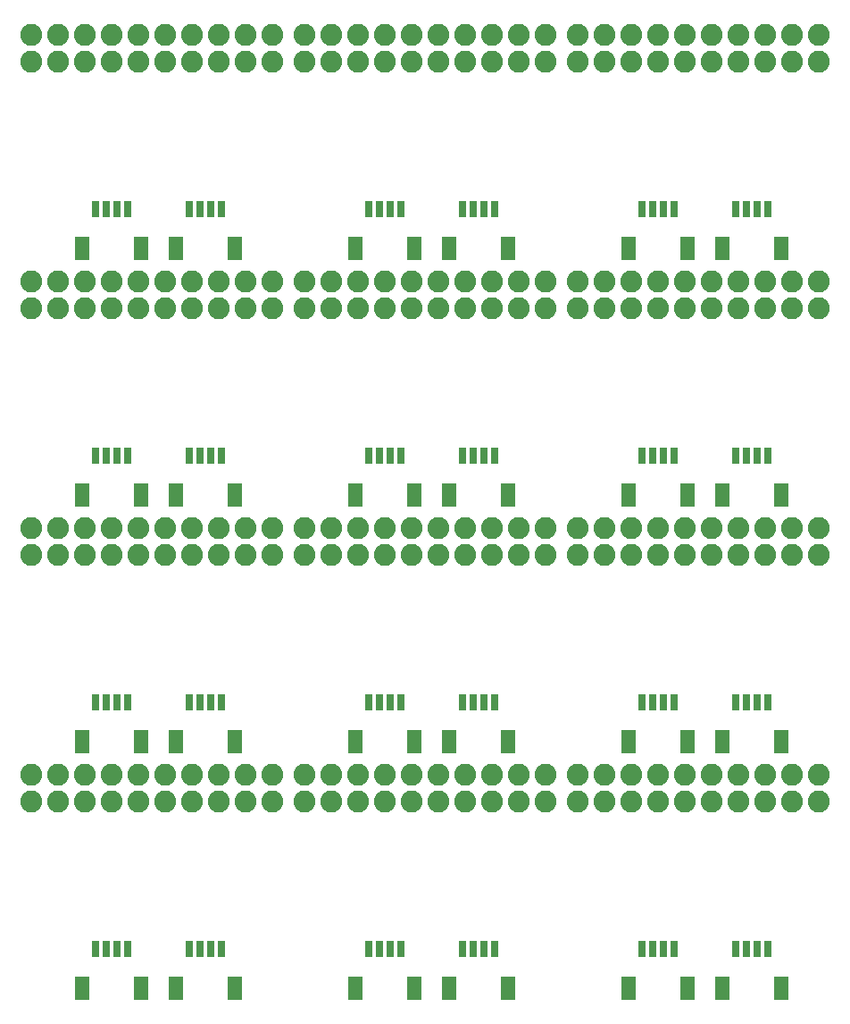
<source format=gts>
G75*
%MOIN*%
%OFA0B0*%
%FSLAX25Y25*%
%IPPOS*%
%LPD*%
%AMOC8*
5,1,8,0,0,1.08239X$1,22.5*
%
%ADD10R,0.05524X0.08674*%
%ADD11R,0.03162X0.06115*%
%ADD12C,0.08200*%
D10*
X0107476Y0038865D03*
X0129524Y0038865D03*
X0142479Y0038865D03*
X0164527Y0038865D03*
X0209476Y0038865D03*
X0231524Y0038865D03*
X0244479Y0038865D03*
X0266527Y0038865D03*
X0311476Y0038865D03*
X0333524Y0038865D03*
X0346479Y0038865D03*
X0368527Y0038865D03*
X0368527Y0130865D03*
X0346479Y0130865D03*
X0333524Y0130865D03*
X0311476Y0130865D03*
X0266527Y0130865D03*
X0244479Y0130865D03*
X0231524Y0130865D03*
X0209476Y0130865D03*
X0164527Y0130865D03*
X0142479Y0130865D03*
X0129524Y0130865D03*
X0107476Y0130865D03*
X0107476Y0222865D03*
X0129524Y0222865D03*
X0142479Y0222865D03*
X0164527Y0222865D03*
X0209476Y0222865D03*
X0231524Y0222865D03*
X0244479Y0222865D03*
X0266527Y0222865D03*
X0311476Y0222865D03*
X0333524Y0222865D03*
X0346479Y0222865D03*
X0368527Y0222865D03*
X0368527Y0314865D03*
X0346479Y0314865D03*
X0333524Y0314865D03*
X0311476Y0314865D03*
X0266527Y0314865D03*
X0244479Y0314865D03*
X0231524Y0314865D03*
X0209476Y0314865D03*
X0164527Y0314865D03*
X0142479Y0314865D03*
X0129524Y0314865D03*
X0107476Y0314865D03*
D11*
X0112594Y0329333D03*
X0116531Y0329333D03*
X0120469Y0329333D03*
X0124406Y0329333D03*
X0147598Y0329334D03*
X0151535Y0329334D03*
X0155472Y0329334D03*
X0159409Y0329334D03*
X0214594Y0329333D03*
X0218531Y0329333D03*
X0222469Y0329333D03*
X0226406Y0329333D03*
X0249598Y0329334D03*
X0253535Y0329334D03*
X0257472Y0329334D03*
X0261409Y0329334D03*
X0316594Y0329333D03*
X0320531Y0329333D03*
X0324469Y0329333D03*
X0328406Y0329333D03*
X0351598Y0329334D03*
X0355535Y0329334D03*
X0359472Y0329334D03*
X0363409Y0329334D03*
X0363409Y0237334D03*
X0359472Y0237334D03*
X0355535Y0237334D03*
X0351598Y0237334D03*
X0328406Y0237333D03*
X0324469Y0237333D03*
X0320531Y0237333D03*
X0316594Y0237333D03*
X0261409Y0237334D03*
X0257472Y0237334D03*
X0253535Y0237334D03*
X0249598Y0237334D03*
X0226406Y0237333D03*
X0222469Y0237333D03*
X0218531Y0237333D03*
X0214594Y0237333D03*
X0159409Y0237334D03*
X0155472Y0237334D03*
X0151535Y0237334D03*
X0147598Y0237334D03*
X0124406Y0237333D03*
X0120469Y0237333D03*
X0116531Y0237333D03*
X0112594Y0237333D03*
X0112594Y0145333D03*
X0116531Y0145333D03*
X0120469Y0145333D03*
X0124406Y0145333D03*
X0147598Y0145334D03*
X0151535Y0145334D03*
X0155472Y0145334D03*
X0159409Y0145334D03*
X0214594Y0145333D03*
X0218531Y0145333D03*
X0222469Y0145333D03*
X0226406Y0145333D03*
X0249598Y0145334D03*
X0253535Y0145334D03*
X0257472Y0145334D03*
X0261409Y0145334D03*
X0316594Y0145333D03*
X0320531Y0145333D03*
X0324469Y0145333D03*
X0328406Y0145333D03*
X0351598Y0145334D03*
X0355535Y0145334D03*
X0359472Y0145334D03*
X0363409Y0145334D03*
X0363409Y0053334D03*
X0359472Y0053334D03*
X0355535Y0053334D03*
X0351598Y0053334D03*
X0328406Y0053333D03*
X0324469Y0053333D03*
X0320531Y0053333D03*
X0316594Y0053333D03*
X0261409Y0053334D03*
X0257472Y0053334D03*
X0253535Y0053334D03*
X0249598Y0053334D03*
X0226406Y0053333D03*
X0222469Y0053333D03*
X0218531Y0053333D03*
X0214594Y0053333D03*
X0159409Y0053334D03*
X0155472Y0053334D03*
X0151535Y0053334D03*
X0147598Y0053334D03*
X0124406Y0053333D03*
X0120469Y0053333D03*
X0116531Y0053333D03*
X0112594Y0053333D03*
D12*
X0108500Y0108333D03*
X0098500Y0108333D03*
X0088500Y0108333D03*
X0088500Y0118333D03*
X0098500Y0118333D03*
X0108500Y0118333D03*
X0118500Y0118333D03*
X0118500Y0108333D03*
X0128500Y0108333D03*
X0138500Y0108333D03*
X0148500Y0108333D03*
X0158500Y0108333D03*
X0168500Y0108333D03*
X0178500Y0108333D03*
X0178500Y0118333D03*
X0168500Y0118333D03*
X0158500Y0118333D03*
X0148500Y0118333D03*
X0138500Y0118333D03*
X0128500Y0118333D03*
X0190500Y0118333D03*
X0190500Y0108333D03*
X0200500Y0108333D03*
X0210500Y0108333D03*
X0220500Y0108333D03*
X0230500Y0108333D03*
X0240500Y0108333D03*
X0250500Y0108333D03*
X0260500Y0108333D03*
X0260500Y0118333D03*
X0250500Y0118333D03*
X0240500Y0118333D03*
X0230500Y0118333D03*
X0220500Y0118333D03*
X0210500Y0118333D03*
X0200500Y0118333D03*
X0270500Y0118333D03*
X0270500Y0108333D03*
X0280500Y0108333D03*
X0280500Y0118333D03*
X0292500Y0118333D03*
X0292500Y0108333D03*
X0302500Y0108333D03*
X0312500Y0108333D03*
X0322500Y0108333D03*
X0322500Y0118333D03*
X0312500Y0118333D03*
X0302500Y0118333D03*
X0332500Y0118333D03*
X0332500Y0108333D03*
X0342500Y0108333D03*
X0352500Y0108333D03*
X0362500Y0108333D03*
X0372500Y0108333D03*
X0382500Y0108333D03*
X0382500Y0118333D03*
X0372500Y0118333D03*
X0362500Y0118333D03*
X0352500Y0118333D03*
X0342500Y0118333D03*
X0342500Y0200333D03*
X0332500Y0200333D03*
X0332500Y0210333D03*
X0342500Y0210333D03*
X0352500Y0210333D03*
X0352500Y0200333D03*
X0362500Y0200333D03*
X0372500Y0200333D03*
X0382500Y0200333D03*
X0382500Y0210333D03*
X0372500Y0210333D03*
X0362500Y0210333D03*
X0322500Y0210333D03*
X0322500Y0200333D03*
X0312500Y0200333D03*
X0302500Y0200333D03*
X0292500Y0200333D03*
X0292500Y0210333D03*
X0302500Y0210333D03*
X0312500Y0210333D03*
X0280500Y0210333D03*
X0280500Y0200333D03*
X0270500Y0200333D03*
X0270500Y0210333D03*
X0260500Y0210333D03*
X0260500Y0200333D03*
X0250500Y0200333D03*
X0240500Y0200333D03*
X0230500Y0200333D03*
X0220500Y0200333D03*
X0210500Y0200333D03*
X0200500Y0200333D03*
X0190500Y0200333D03*
X0190500Y0210333D03*
X0200500Y0210333D03*
X0210500Y0210333D03*
X0220500Y0210333D03*
X0230500Y0210333D03*
X0240500Y0210333D03*
X0250500Y0210333D03*
X0178500Y0210333D03*
X0178500Y0200333D03*
X0168500Y0200333D03*
X0158500Y0200333D03*
X0148500Y0200333D03*
X0138500Y0200333D03*
X0128500Y0200333D03*
X0128500Y0210333D03*
X0138500Y0210333D03*
X0148500Y0210333D03*
X0158500Y0210333D03*
X0168500Y0210333D03*
X0118500Y0210333D03*
X0118500Y0200333D03*
X0108500Y0200333D03*
X0098500Y0200333D03*
X0088500Y0200333D03*
X0088500Y0210333D03*
X0098500Y0210333D03*
X0108500Y0210333D03*
X0108500Y0292333D03*
X0098500Y0292333D03*
X0088500Y0292333D03*
X0088500Y0302333D03*
X0098500Y0302333D03*
X0108500Y0302333D03*
X0118500Y0302333D03*
X0118500Y0292333D03*
X0128500Y0292333D03*
X0138500Y0292333D03*
X0148500Y0292333D03*
X0158500Y0292333D03*
X0168500Y0292333D03*
X0178500Y0292333D03*
X0178500Y0302333D03*
X0168500Y0302333D03*
X0158500Y0302333D03*
X0148500Y0302333D03*
X0138500Y0302333D03*
X0128500Y0302333D03*
X0190500Y0302333D03*
X0190500Y0292333D03*
X0200500Y0292333D03*
X0210500Y0292333D03*
X0220500Y0292333D03*
X0230500Y0292333D03*
X0240500Y0292333D03*
X0250500Y0292333D03*
X0260500Y0292333D03*
X0260500Y0302333D03*
X0250500Y0302333D03*
X0240500Y0302333D03*
X0230500Y0302333D03*
X0220500Y0302333D03*
X0210500Y0302333D03*
X0200500Y0302333D03*
X0270500Y0302333D03*
X0270500Y0292333D03*
X0280500Y0292333D03*
X0280500Y0302333D03*
X0292500Y0302333D03*
X0292500Y0292333D03*
X0302500Y0292333D03*
X0312500Y0292333D03*
X0322500Y0292333D03*
X0322500Y0302333D03*
X0312500Y0302333D03*
X0302500Y0302333D03*
X0332500Y0302333D03*
X0332500Y0292333D03*
X0342500Y0292333D03*
X0352500Y0292333D03*
X0362500Y0292333D03*
X0372500Y0292333D03*
X0382500Y0292333D03*
X0382500Y0302333D03*
X0372500Y0302333D03*
X0362500Y0302333D03*
X0352500Y0302333D03*
X0342500Y0302333D03*
X0342500Y0384333D03*
X0332500Y0384333D03*
X0322500Y0384333D03*
X0312500Y0384333D03*
X0302500Y0384333D03*
X0292500Y0384333D03*
X0280500Y0384333D03*
X0270500Y0384333D03*
X0260500Y0384333D03*
X0250500Y0384333D03*
X0240500Y0384333D03*
X0230500Y0384333D03*
X0220500Y0384333D03*
X0210500Y0384333D03*
X0200500Y0384333D03*
X0190500Y0384333D03*
X0190500Y0394333D03*
X0200500Y0394333D03*
X0210500Y0394333D03*
X0220500Y0394333D03*
X0230500Y0394333D03*
X0240500Y0394333D03*
X0250500Y0394333D03*
X0260500Y0394333D03*
X0270500Y0394333D03*
X0280500Y0394333D03*
X0292500Y0394333D03*
X0302500Y0394333D03*
X0312500Y0394333D03*
X0322500Y0394333D03*
X0332500Y0394333D03*
X0342500Y0394333D03*
X0352500Y0394333D03*
X0362500Y0394333D03*
X0372500Y0394333D03*
X0382500Y0394333D03*
X0382500Y0384333D03*
X0372500Y0384333D03*
X0362500Y0384333D03*
X0352500Y0384333D03*
X0178500Y0384333D03*
X0168500Y0384333D03*
X0158500Y0384333D03*
X0148500Y0384333D03*
X0138500Y0384333D03*
X0128500Y0384333D03*
X0118500Y0384333D03*
X0108500Y0384333D03*
X0098500Y0384333D03*
X0088500Y0384333D03*
X0088500Y0394333D03*
X0098500Y0394333D03*
X0108500Y0394333D03*
X0118500Y0394333D03*
X0128500Y0394333D03*
X0138500Y0394333D03*
X0148500Y0394333D03*
X0158500Y0394333D03*
X0168500Y0394333D03*
X0178500Y0394333D03*
M02*

</source>
